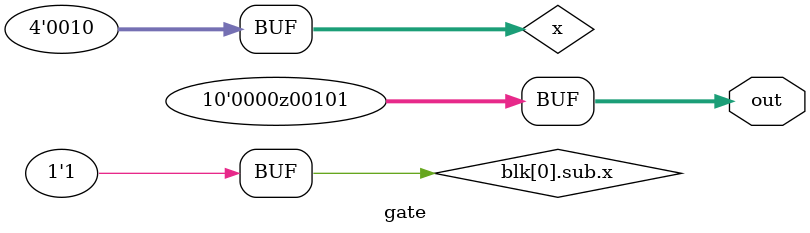
<source format=v>
/* Generated by Yosys 0.62+39 (git sha1 131911291-dirty, g++ 11.4.0-1ubuntu1~22.04.2 -Og -fPIC) */

(* src = "dut.sv:3.1-15.10" *)
(* top =  1  *)
module gate(out);
  (* src = "dut.sv:3.13-3.16" *)
  output [9:0] out;
  wire [9:0] out;
  wire \blk[0].sub.x ;
  (* src = "dut.sv:4.16-4.17" *)
  wire [3:0] x;
  assign \blk[0].sub.x  = 1'h1;
  assign x = 4'h2;
  assign out = 10'b0000?00101;
endmodule

</source>
